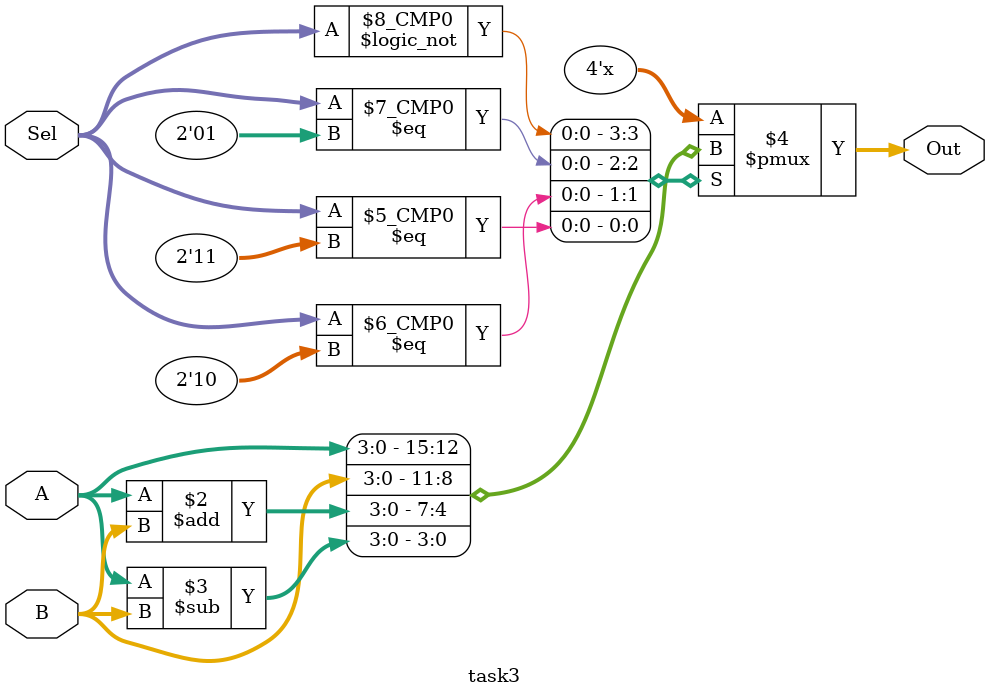
<source format=v>
module task3(A, B, Sel, Out);
	input [3:0] A;
	input [3:0] B;
	input [1:0] Sel;
	
	output [3:0] Out;
	reg  [3:0] Out;
	
	always@(A, B, Sel)
		case(Sel)
			2'b00 : Out = A;
			2'b01 : Out = B;
			2'b10 : Out = A + B;
			2'b11 : Out = A - B;
		endcase
endmodule



</source>
